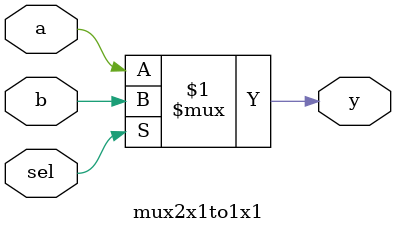
<source format=v>
module mux2x1to1x1(input a, b, sel, output y);

assign y = (sel) ? b : a;

endmodule

//zadania:
//1 implementacja
//2 napisac MUX 2->1 dwubitowy + implementacja (wykorxzystujac instrukcje warunkowa)
//      +------+
//      |\     |
//___|\ | \    |
//     \|  \   |
//___  /|   \  |
//   |/ |    \ |
//      |     \|___|\ 
//            /|     \
//___|\ |    / |___  /
//     \|   /  |   |/
//___  /|  /   |
//   |/ | /    |
//      |/     |
//      +---+--+
//          |
//          |
			 
//3 napisac MUX 4->1 + implementacja (wykorxzystujac instrukcje warunkowa)

//      +------+
//      |\     |
//______| \    |
//      |  \   |
//______|   \  |
//      |    \ |
//      |     \|____ 
//______|     /|
//      |    / |
//      |   /  |
//______|  /   |
//      | /    |
//      |/     |
//      +-+-+--+
//        | |
//        | |

</source>
